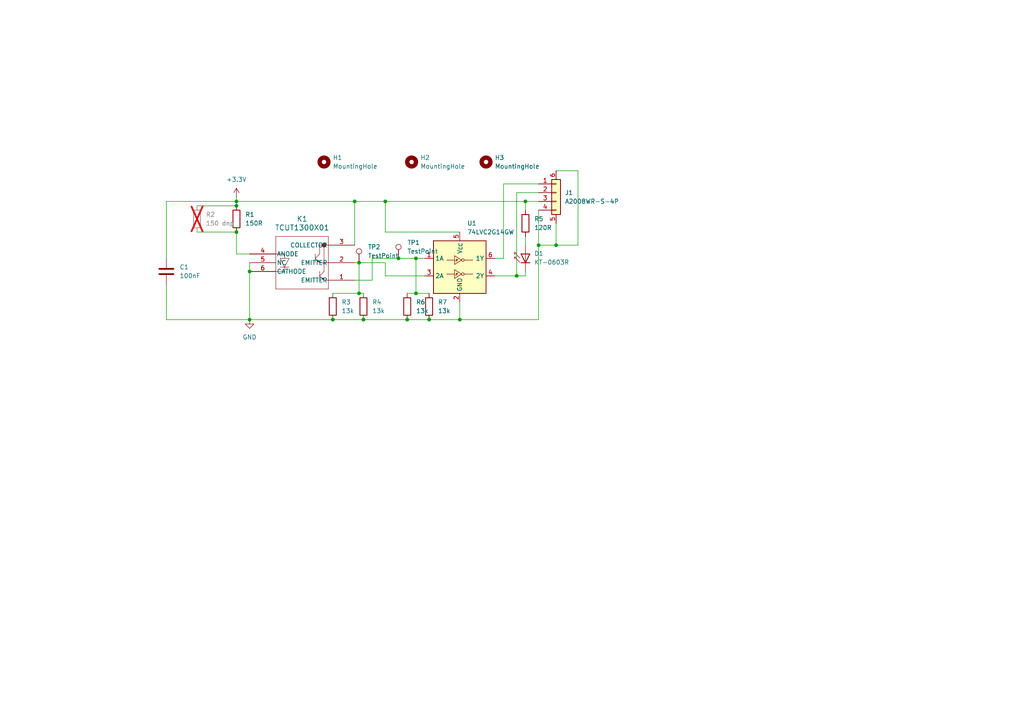
<source format=kicad_sch>
(kicad_sch (version 20250114) (generator "eeschema") (generator_version "9.0")
  (paper "A4")
  (title_block (title "IA - Gabellichtschranke") (date "2025-07-08") (rev "v0.1") (company "Technische Hochschule Augsburg") (comment 1 "Friedrich Beckmann"))
  (lib_symbols
    (symbol "74xGxx:SN74LVC2G14DBV"
      (property "Reference" "U" (at 2.54 12.7 0))
      (property "Value" "SN74LVC2G14DBV" (at 2.54 10.16 0))
      (symbol "SN74LVC2G14DBV_1_1"
        (rectangle (start -7.62 7.62) (end 7.62 -7.62) (stroke (width 0.254)) (fill (type background)))
        (polyline (pts (xy -1.524 3.302) (xy 0.508 2.032) (xy -1.524 0.762) (xy -1.524 3.302)))
        (polyline (pts (xy -1.524 2.032) (xy -3.81 2.032)))
        (polyline (pts (xy -1.524 -0.762) (xy 0.508 -2.032) (xy -1.524 -3.302) (xy -1.524 -0.762)))
        (polyline (pts (xy -1.524 -2.032) (xy -3.81 -2.032)))
        (polyline (pts (xy -1.016 1.778) (xy -1.016 2.286) (xy -0.762 2.286) (xy -0.762 1.778) (xy -1.27 1.778)))
        (polyline (pts (xy -1.016 -2.286) (xy -1.016 -1.778) (xy -0.762 -1.778) (xy -0.762 -2.286) (xy -1.27 -2.286)))
        (polyline (pts (xy -0.762 2.286) (xy -0.508 2.286)))
        (polyline (pts (xy -0.762 -1.778) (xy -0.508 -1.778)))
        (circle (center 0.889 2.032) (radius 0.381))
        (circle (center 0.889 -2.032) (radius 0.381))
        (polyline (pts (xy 1.27 2.032) (xy 3.81 2.032)))
        (polyline (pts (xy 1.27 -2.032) (xy 3.81 -2.032)))
        (pin input line (at -10.16 2.54 0) (length 2.54) (name "1A") (number "1"))
        (pin input line (at -10.16 -2.54 0) (length 2.54) (name "2A") (number "3"))
        (pin power_in line (at 0 10.16 270) (length 2.54) (name "V_{CC}") (number "5"))
        (pin power_in line (at 0 -10.16 90) (length 2.54) (name "GND") (number "2"))
        (pin output line (at 10.16 2.54 180) (length 2.54) (name "1Y") (number "6"))
        (pin output line (at 10.16 -2.54 180) (length 2.54) (name "2Y") (number "4"))
      )
    )
    (symbol "Connector:TestPoint" (pin_numbers (hide yes)) (pin_names (offset 0.762) (hide yes))
      (property "Reference" "TP" (at 0 6.858 0))
      (property "Value" "TestPoint" (at 0 5.08 0))
      (symbol "TestPoint_0_1"
        (circle (center 0 3.302) (radius 0.762))
      )
      (symbol "TestPoint_1_1"
        (pin passive line (at 0 0 90) (length 2.54) (name "1") (number "1"))
      )
    )
    (symbol "Device:C" (pin_numbers (hide yes)) (pin_names (offset 0.254))
      (property "Reference" "C" (at 0.635 2.54 0))
      (property "Value" "C" (at 0.635 -2.54 0))
      (symbol "C_0_1"
        (polyline (pts (xy -2.032 0.762) (xy 2.032 0.762)) (stroke (width 0.508)))
        (polyline (pts (xy -2.032 -0.762) (xy 2.032 -0.762)) (stroke (width 0.508)))
      )
      (symbol "C_1_1"
        (pin passive line (at 0 3.81 270) (length 2.794) (name "~") (number "1"))
        (pin passive line (at 0 -3.81 90) (length 2.794) (name "~") (number "2"))
      )
    )
    (symbol "Device:R" (pin_numbers (hide yes)) (pin_names (offset 0))
      (property "Reference" "R" (at 2.032 0 90))
      (property "Value" "R" (at 0 0 90))
      (symbol "R_0_1"
        (rectangle (start -1.016 -2.54) (end 1.016 2.54) (stroke (width 0.254)))
      )
      (symbol "R_1_1"
        (pin passive line (at 0 3.81 270) (length 1.27) (name "~") (number "1"))
        (pin passive line (at 0 -3.81 90) (length 1.27) (name "~") (number "2"))
      )
    )
    (symbol "LED:SFH480" (pin_numbers (hide yes)) (pin_names (offset 1.016) (hide yes))
      (property "Reference" "D" (at 0.508 1.778 0))
      (property "Value" "SFH480" (at -1.016 -2.794 0))
      (symbol "SFH480_0_1"
        (polyline (pts (xy -2.54 1.27) (xy -2.54 -1.27)) (stroke (width 0.254)))
        (polyline (pts (xy -2.413 1.651) (xy -0.889 3.175) (xy -0.889 2.667) (xy -0.889 3.175) (xy -1.397 3.175)))
        (polyline (pts (xy -1.143 1.651) (xy 0.381 3.175) (xy 0.381 2.667)))
        (polyline (pts (xy 0 1.27) (xy 0 -1.27) (xy -2.54 0) (xy 0 1.27)) (stroke (width 0.254)))
        (polyline (pts (xy 0 0) (xy -2.54 0)))
        (polyline (pts (xy 0.381 3.175) (xy -0.127 3.175)))
      )
      (symbol "SFH480_1_1"
        (pin passive line (at -5.08 0 0) (length 2.54) (name "K") (number "1"))
        (pin passive line (at 2.54 0 180) (length 2.54) (name "A") (number "2"))
      )
    )
    (symbol "Mechanical:MountingHole" (pin_names (offset 1.016)) (in_bom no)
      (property "Reference" "H" (at 0 5.08 0))
      (property "Value" "MountingHole" (at 0 3.175 0))
      (symbol "MountingHole_0_1"
        (circle (center 0 0) (radius 1.27) (stroke (width 1.27)))
      )
    )
    (symbol "ia-gabel-symbols:A2008WR-S-4P" (pin_names (offset 1.016) (hide yes))
      (property "Reference" "J" (at 0 5.08 0))
      (property "Value" "A2008WR-S-4P" (at 0 -7.62 0))
      (symbol "A2008WR-S-4P_1_1"
        (rectangle (start -1.27 3.81) (end 1.27 -6.35) (stroke (width 0.254)) (fill (type background)))
        (rectangle (start -1.27 2.667) (end 0 2.413) (stroke (width 0.1524)))
        (rectangle (start -1.27 0.127) (end 0 -0.127) (stroke (width 0.1524)))
        (rectangle (start -1.27 -2.413) (end 0 -2.667) (stroke (width 0.1524)))
        (rectangle (start -1.27 -4.953) (end 0 -5.207) (stroke (width 0.1524)))
        (pin passive line (at -5.08 2.54 0) (length 3.81) (name "Pin_1") (number "1"))
        (pin passive line (at -5.08 0 0) (length 3.81) (name "Pin_2") (number "2"))
        (pin power_out line (at -5.08 -2.54 0) (length 3.81) (name "Pin_3") (number "3"))
        (pin power_out line (at -5.08 -5.08 0) (length 3.81) (name "Pin_4") (number "4"))
        (pin passive line (at 0 6.35 270) (length 2.54) (name "MP2") (number "6"))
        (pin passive line (at 0 -8.89 90) (length 2.54) (name "MP1") (number "5"))
      )
    )
    (symbol "ia-gabel-symbols:TCUT1300X01" (pin_names (offset 0.254))
      (property "Reference" "K" (at 15.24 7.62 0))
      (property "Value" "TCUT1300X01" (at 15.24 5.08 0))
      (symbol "TCUT1300X01_0_1"
        (polyline (pts (xy 7.62 2.54) (xy 7.62 -12.7)) (stroke (width 0.127)))
        (polyline (pts (xy 7.62 0) (xy 8.89 0)) (stroke (width 0.127)))
        (polyline (pts (xy 7.62 -5.08) (xy 8.5725 -5.08)) (stroke (width 0.127)))
        (polyline (pts (xy 7.62 -10.16) (xy 10.16 -10.16)) (stroke (width 0.127)))
        (polyline (pts (xy 7.62 -12.7) (xy 22.86 -12.7)) (stroke (width 0.127)))
        (polyline (pts (xy 8.89 0) (xy 9.2075 -0.635) (xy 9.525 -0.3175)) (fill (type outline)))
        (arc (start 8.5852 -5.08) (mid 8.89 -4.7765) (end 9.1948 -5.08) (stroke (width 0.127)))
        (polyline (pts (xy 8.89 -10.16) (xy 8.89 -2.54)) (stroke (width 0.127)))
        (circle (center 8.89 -10.16) (radius 0.127) (stroke (width 0.508)))
        (polyline (pts (xy 9.2075 -0.3175) (xy 10.16 -1.27)) (stroke (width 0.127)))
        (polyline (pts (xy 9.2075 -5.08) (xy 10.16 -5.08)) (stroke (width 0.127)))
        (polyline (pts (xy 10.16 0) (xy 10.16 -2.54)) (stroke (width 0.127)))
        (polyline (pts (xy 10.16 -1.27) (xy 8.89 -2.54)) (stroke (width 0.127)))
        (polyline (pts (xy 10.16 -5.08) (xy 10.4775 -5.715) (xy 10.795 -5.3975)) (fill (type outline)))
        (polyline (pts (xy 10.16 -7.62) (xy 10.16 -10.16)) (stroke (width 0.127)))
        (polyline (pts (xy 10.4775 -5.3975) (xy 11.43 -6.35)) (stroke (width 0.127)))
        (polyline (pts (xy 11.43 -5.08) (xy 11.43 -7.62)) (stroke (width 0.127)))
        (polyline (pts (xy 11.43 -6.35) (xy 10.16 -7.62)) (stroke (width 0.127)))
        (polyline (pts (xy 19.05 -3.81) (xy 21.59 -3.81)) (stroke (width 0.127)))
        (polyline (pts (xy 19.05 -6.35) (xy 21.59 -6.35)) (stroke (width 0.127)))
        (polyline (pts (xy 20.32 -2.54) (xy 20.32 -3.81)) (stroke (width 0.127)))
        (polyline (pts (xy 20.32 -3.81) (xy 19.05 -6.35)) (stroke (width 0.127)))
        (polyline (pts (xy 20.32 -6.35) (xy 20.32 -7.62)) (stroke (width 0.127)))
        (polyline (pts (xy 21.59 -6.35) (xy 20.32 -3.81)) (stroke (width 0.127)))
        (polyline (pts (xy 22.86 2.54) (xy 7.62 2.54)) (stroke (width 0.127)))
        (polyline (pts (xy 22.86 -2.54) (xy 20.32 -2.54)) (stroke (width 0.127)))
        (polyline (pts (xy 22.86 -7.62) (xy 20.32 -7.62)) (stroke (width 0.127)))
        (polyline (pts (xy 22.86 -12.7) (xy 22.86 2.54)) (stroke (width 0.127)))
      )
      (symbol "TCUT1300X01_1_1"
        (pin open_emitter line (at 0 0 0) (length 7.62) (name "EMITTER") (number "1"))
        (pin open_emitter line (at 0 -5.08 0) (length 7.62) (name "EMITTER") (number "2"))
        (pin passive line (at 0 -10.16 0) (length 7.62) (name "COLLECTOR") (number "3"))
        (pin passive line (at 30.48 -2.54 180) (length 7.62) (name "CATHODE") (number "6"))
        (pin free line (at 30.48 -5.08 180) (length 7.62) (name "NC") (number "5"))
        (pin passive line (at 30.48 -7.62 180) (length 7.62) (name "ANODE") (number "4"))
      )
    )
    (symbol "power:+3.3V" (power) (pin_numbers (hide yes)) (pin_names (offset 0) (hide yes))
      (property "Value" "+3.3V" (at 0 3.556 0))
      (symbol "+3.3V_0_1"
        (polyline (pts (xy -0.762 1.27) (xy 0 2.54)))
        (polyline (pts (xy 0 2.54) (xy 0.762 1.27)))
        (polyline (pts (xy 0 0) (xy 0 2.54)))
      )
      (symbol "+3.3V_1_1"
        (pin power_in line (at 0 0 90) (length 0) (name "~") (number "1"))
      )
    )
    (symbol "power:GND" (power) (pin_numbers (hide yes)) (pin_names (offset 0) (hide yes))
      (property "Value" "GND" (at 0 -3.81 0))
      (symbol "GND_0_1"
        (polyline (pts (xy 0 0) (xy 0 -1.27) (xy 1.27 -1.27) (xy 0 -2.54) (xy -1.27 -1.27) (xy 0 -1.27)))
      )
      (symbol "GND_1_1"
        (pin power_in line (at 0 0 270) (length 0) (name "~") (number "1"))
      )
    )
  )
  (junction (at 149.86 80.01))
  (junction (at 96.52 92.71))
  (junction (at 68.58 58.42))
  (junction (at 115.57 74.93))
  (junction (at 152.4 58.42))
  (junction (at 68.58 67.31))
  (junction (at 120.65 85.09))
  (junction (at 111.76 58.42))
  (junction (at 118.11 92.71))
  (junction (at 104.14 76.2))
  (junction (at 72.39 92.71))
  (junction (at 105.41 92.71))
  (junction (at 133.35 92.71))
  (junction (at 68.58 59.69))
  (junction (at 156.21 71.12))
  (junction (at 72.39 78.74))
  (junction (at 104.14 85.09))
  (junction (at 120.65 74.93))
  (junction (at 102.87 58.42))
  (junction (at 124.46 92.71))
  (junction (at 161.29 71.12))
  (wire (pts (xy 161.29 49.53) (xy 167.64 49.53)))
  (wire (pts (xy 149.86 80.01) (xy 143.51 80.01)))
  (wire (pts (xy 152.4 78.74) (xy 152.4 80.01)))
  (wire (pts (xy 48.26 92.71) (xy 72.39 92.71)))
  (wire (pts (xy 149.86 55.88) (xy 149.86 80.01)))
  (wire (pts (xy 111.76 76.2) (xy 111.76 80.01)))
  (wire (pts (xy 124.46 92.71) (xy 118.11 92.71)))
  (wire (pts (xy 146.05 74.93) (xy 146.05 53.34)))
  (wire (pts (xy 152.4 58.42) (xy 152.4 60.96)))
  (wire (pts (xy 57.15 59.69) (xy 68.58 59.69)))
  (wire (pts (xy 133.35 67.31) (xy 111.76 67.31)))
  (wire (pts (xy 68.58 73.66) (xy 72.39 73.66)))
  (wire (pts (xy 57.15 67.31) (xy 68.58 67.31)))
  (wire (pts (xy 68.58 58.42) (xy 68.58 59.69)))
  (wire (pts (xy 68.58 57.15) (xy 68.58 58.42)))
  (wire (pts (xy 120.65 85.09) (xy 124.46 85.09)))
  (wire (pts (xy 72.39 92.71) (xy 96.52 92.71)))
  (wire (pts (xy 96.52 85.09) (xy 104.14 85.09)))
  (wire (pts (xy 152.4 68.58) (xy 152.4 71.12)))
  (wire (pts (xy 167.64 71.12) (xy 161.29 71.12)))
  (wire (pts (xy 68.58 67.31) (xy 68.58 73.66)))
  (wire (pts (xy 107.95 74.93) (xy 115.57 74.93)))
  (wire (pts (xy 107.95 81.28) (xy 107.95 74.93)))
  (wire (pts (xy 133.35 87.63) (xy 133.35 92.71)))
  (wire (pts (xy 111.76 80.01) (xy 123.19 80.01)))
  (wire (pts (xy 156.21 55.88) (xy 149.86 55.88)))
  (wire (pts (xy 161.29 64.77) (xy 161.29 71.12)))
  (wire (pts (xy 115.57 74.93) (xy 120.65 74.93)))
  (wire (pts (xy 146.05 53.34) (xy 156.21 53.34)))
  (wire (pts (xy 48.26 82.55) (xy 48.26 92.71)))
  (wire (pts (xy 72.39 78.74) (xy 72.39 92.71)))
  (wire (pts (xy 152.4 80.01) (xy 149.86 80.01)))
  (wire (pts (xy 102.87 76.2) (xy 104.14 76.2)))
  (wire (pts (xy 102.87 81.28) (xy 107.95 81.28)))
  (wire (pts (xy 72.39 76.2) (xy 72.39 78.74)))
  (wire (pts (xy 156.21 71.12) (xy 156.21 92.71)))
  (wire (pts (xy 156.21 60.96) (xy 156.21 71.12)))
  (wire (pts (xy 120.65 74.93) (xy 123.19 74.93)))
  (wire (pts (xy 167.64 49.53) (xy 167.64 71.12)))
  (wire (pts (xy 161.29 71.12) (xy 156.21 71.12)))
  (wire (pts (xy 152.4 58.42) (xy 156.21 58.42)))
  (wire (pts (xy 102.87 58.42) (xy 102.87 71.12)))
  (wire (pts (xy 133.35 92.71) (xy 124.46 92.71)))
  (wire (pts (xy 111.76 67.31) (xy 111.76 58.42)))
  (wire (pts (xy 96.52 92.71) (xy 105.41 92.71)))
  (wire (pts (xy 104.14 76.2) (xy 104.14 85.09)))
  (wire (pts (xy 48.26 74.93) (xy 48.26 58.42)))
  (wire (pts (xy 104.14 85.09) (xy 105.41 85.09)))
  (wire (pts (xy 102.87 58.42) (xy 111.76 58.42)))
  (wire (pts (xy 68.58 58.42) (xy 102.87 58.42)))
  (wire (pts (xy 111.76 58.42) (xy 152.4 58.42)))
  (wire (pts (xy 118.11 85.09) (xy 120.65 85.09)))
  (wire (pts (xy 105.41 92.71) (xy 118.11 92.71)))
  (wire (pts (xy 104.14 76.2) (xy 111.76 76.2)))
  (wire (pts (xy 133.35 92.71) (xy 156.21 92.71)))
  (wire (pts (xy 48.26 58.42) (xy 68.58 58.42)))
  (wire (pts (xy 143.51 74.93) (xy 146.05 74.93)))
  (wire (pts (xy 120.65 74.93) (xy 120.65 85.09)))
  (symbol (lib_id "Device:R") (at 57.15 63.5 0) (unit 1) (dnp yes)
    (property "Reference" "R2" (at 59.69 62.2299 0) (effects (justify left)))
    (property "Value" "150 dnp" (at 59.69 64.7699 0) (effects (justify left)))
    (property "Footprint" "Resistor_SMD:R_0805_2012Metric" (effects (hide yes)))
    (property "Datasheet" "https://jlcpcb.com/api/file/downloadByFileSystemAccessId/8579706485296709632" (effects (hide yes)))
    (property "Description" "UNIROYAL 0805W8F1500T5E 0805" (effects (hide yes)))
  )
  (symbol (lib_id "Mechanical:MountingHole") (at 93.98 46.99 0) (unit 1) (in_bom no)
    (property "Reference" "H1" (at 96.52 45.7199 0) (effects (justify left)))
    (property "Value" "MountingHole" (at 96.52 48.2599 0) (effects (justify left)))
    (property "Footprint" "MountingHole:MountingHole_2.2mm_M2_ISO7380" (effects (hide yes)))
    (property "Description" "Mounting Hole without connection" (effects (hide yes)))
  )
  (symbol (lib_id "Device:R") (at 152.4 64.77 0) (unit 1)
    (property "Reference" "R5" (at 154.94 63.4999 0) (effects (justify left)))
    (property "Value" "120R" (at 154.94 66.0399 0) (effects (justify left)))
    (property "Footprint" "Resistor_SMD:R_0805_2012Metric" (effects (hide yes)))
    (property "Datasheet" "https://jlcpcb.com/api/file/downloadByFileSystemAccessId/8579706485296709632" (effects (hide yes)))
    (property "Description" "UNIROYAL 0805W8F1200T5E 0805 120 Ohm" (effects (hide yes)))
    (property "LCSC part number" "C17437" (effects (hide yes)))
  )
  (symbol (lib_id "Device:C") (at 48.26 78.74 0) (unit 1)
    (property "Reference" "C1" (at 52.07 77.4699 0) (effects (justify left)))
    (property "Value" "100nF" (at 52.07 80.0099 0) (effects (justify left)))
    (property "Footprint" "Capacitor_SMD:C_0603_1608Metric" (effects (hide yes)))
    (property "Datasheet" "https://jlcpcb.com/api/file/downloadByFileSystemAccessId/8579707083955945472" (effects (hide yes)))
    (property "Description" "Yageo X7R 100nF 0603 Capacitor CC0603KRX7R9BB104" (effects (hide yes)))
    (property "LCSC part number" "C14663" (effects (hide yes)))
  )
  (symbol (lib_id "Device:R") (at 105.41 88.9 0) (unit 1)
    (property "Reference" "R4" (at 107.95 87.6299 0) (effects (justify left)))
    (property "Value" "13k" (at 107.95 90.1699 0) (effects (justify left)))
    (property "Footprint" "Resistor_SMD:R_0603_1608Metric" (effects (hide yes)))
    (property "Datasheet" "https://jlcpcb.com/api/file/downloadByFileSystemAccessId/8579706122607398912" (effects (hide yes)))
    (property "Description" "0603WAF1302T5E Uniroyal 0603 13k" (effects (hide yes)))
    (property "LCSC part number" "C22797" (effects (hide yes)))
  )
  (symbol (lib_id "Device:R") (at 124.46 88.9 0) (unit 1)
    (property "Reference" "R7" (at 127 87.6299 0) (effects (justify left)))
    (property "Value" "13k" (at 127 90.1699 0) (effects (justify left)))
    (property "Footprint" "Resistor_SMD:R_0603_1608Metric" (effects (hide yes)))
    (property "Datasheet" "https://jlcpcb.com/api/file/downloadByFileSystemAccessId/8579706122607398912" (effects (hide yes)))
    (property "Description" "0603WAF1302T5E Uniroyal 0603 13k" (effects (hide yes)))
    (property "LCSC part number" "C22797" (effects (hide yes)))
  )
  (symbol (lib_id "Device:R") (at 68.58 63.5 0) (unit 1)
    (property "Reference" "R1" (at 71.12 62.2299 0) (effects (justify left)))
    (property "Value" "150R" (at 71.12 64.7699 0) (effects (justify left)))
    (property "Footprint" "Resistor_SMD:R_0805_2012Metric" (effects (hide yes)))
    (property "Datasheet" "https://jlcpcb.com/api/file/downloadByFileSystemAccessId/8579706485296709632" (effects (hide yes)))
    (property "Description" "UNIROYAL 0805W8F1500T5E 0805" (effects (hide yes)))
    (property "LCSC part number" "C17471" (effects (hide yes)))
  )
  (symbol (lib_id "Connector:TestPoint") (at 104.14 76.2 0) (unit 1)
    (property "Reference" "TP2" (at 106.68 71.6279 0) (effects (justify left)))
    (property "Value" "TestPoint" (at 106.68 74.1679 0) (effects (justify left)))
    (property "Footprint" "TestPoint:TestPoint_Pad_D2.0mm" (effects (hide yes)))
    (property "Description" "test point" (effects (hide yes)))
  )
  (symbol (lib_id "Connector:TestPoint") (at 115.57 74.93 0) (unit 1)
    (property "Reference" "TP1" (at 118.11 70.3579 0) (effects (justify left)))
    (property "Value" "TestPoint" (at 118.11 72.8979 0) (effects (justify left)))
    (property "Footprint" "TestPoint:TestPoint_Pad_D2.0mm" (effects (hide yes)))
    (property "Description" "test point" (effects (hide yes)))
  )
  (symbol (lib_id "74xGxx:SN74LVC2G14DBV") (at 133.35 77.47 0) (unit 1)
    (property "Reference" "U1" (at 135.4933 64.77 0) (effects (justify left)))
    (property "Value" "74LVC2G14GW" (at 135.4933 67.31 0) (effects (justify left)))
    (property "Footprint" "Package_TO_SOT_SMD:SOT-363_SC-70-6" (effects (hide yes)))
    (property "Datasheet" "https://assets.nexperia.com/documents/data-sheet/74LVC2G14.pdf" (effects (hide yes)))
    (property "Description" "Dual schmitt inverter, VCC from 1.65 to 5.5 V, SOT-363-2" (effects (hide yes)))
    (property "LCSC part number" "C6085" (effects (hide yes)))
  )
  (symbol (lib_id "power:GND") (at 72.39 92.71 0) (unit 1)
    (property "Reference" "#PWR01" (effects (hide yes)))
    (property "Value" "GND" (at 72.39 97.79 0))
    (property "Description" "Power symbol creates a global label with name \"GND\" , ground" (effects (hide yes)))
  )
  (symbol (lib_id "LED:SFH480") (at 152.4 73.66 90) (unit 1)
    (property "Reference" "D1" (at 154.94 73.5329 90) (effects (justify right)))
    (property "Value" "KT-0603R" (at 154.94 76.0729 90) (effects (justify right)))
    (property "Footprint" "Diode_SMD:D_0603_1608Metric" (effects (hide yes)))
    (property "Datasheet" "https://jlcpcb.com/api/file/downloadByFileSystemAccessId/8550723991833485312" (effects (hide yes)))
    (property "Description" "Red LED SMD 06003" (effects (hide yes)))
    (property "LCSC part number" "C2286" (effects (hide yes)))
  )
  (symbol (lib_id "Mechanical:MountingHole") (at 119.38 46.99 0) (unit 1) (in_bom no)
    (property "Reference" "H2" (at 121.92 45.7199 0) (effects (justify left)))
    (property "Value" "MountingHole" (at 121.92 48.2599 0) (effects (justify left)))
    (property "Footprint" "MountingHole:MountingHole_2.2mm_M2_ISO7380" (effects (hide yes)))
    (property "Description" "Mounting Hole without connection" (effects (hide yes)))
  )
  (symbol (lib_id "power:+3.3V") (at 68.58 57.15 0) (unit 1)
    (property "Reference" "#PWR02" (effects (hide yes)))
    (property "Value" "+3.3V" (at 68.58 52.07 0))
    (property "Description" "Power symbol creates a global label with name \"+3.3V\"" (effects (hide yes)))
  )
  (symbol (lib_id "Device:R") (at 118.11 88.9 0) (unit 1)
    (property "Reference" "R6" (at 120.65 87.6299 0) (effects (justify left)))
    (property "Value" "13k" (at 120.65 90.1699 0) (effects (justify left)))
    (property "Footprint" "Resistor_SMD:R_0603_1608Metric" (effects (hide yes)))
    (property "Datasheet" "https://jlcpcb.com/api/file/downloadByFileSystemAccessId/8579706122607398912" (effects (hide yes)))
    (property "Description" "0603WAF1302T5E Uniroyal 0603 13k" (effects (hide yes)))
    (property "LCSC part number" "C22797" (effects (hide yes)))
  )
  (symbol (lib_id "ia-gabel-symbols:TCUT1300X01") (at 102.87 81.28 180) (unit 1)
    (property "Reference" "K1" (at 87.63 63.5 0) (effects (font (size 1.524 1.524))))
    (property "Value" "TCUT1300X01" (at 87.63 66.04 0) (effects (font (size 1.524 1.524))))
    (property "Footprint" "iagabel:Vishay-TCUT" (effects (hide yes)))
    (property "Datasheet" "https://www.vishay.com/doc?84756" (effects (hide yes)))
    (property "LCSC part number" "C143734" (effects (hide yes)))
  )
  (symbol (lib_id "Device:R") (at 96.52 88.9 0) (unit 1)
    (property "Reference" "R3" (at 99.06 87.6299 0) (effects (justify left)))
    (property "Value" "13k" (at 99.06 90.1699 0) (effects (justify left)))
    (property "Footprint" "Resistor_SMD:R_0603_1608Metric" (effects (hide yes)))
    (property "Datasheet" "https://jlcpcb.com/api/file/downloadByFileSystemAccessId/8579706122607398912" (effects (hide yes)))
    (property "Description" "0603WAF1302T5E Uniroyal 0603 13k" (effects (hide yes)))
    (property "LCSC part number" "C22797" (effects (hide yes)))
  )
  (symbol (lib_id "ia-gabel-symbols:A2008WR-S-4P") (at 161.29 55.88 0) (unit 1)
    (property "Reference" "J1" (at 163.83 55.8799 0) (effects (justify left)))
    (property "Value" "A2008WR-S-4P" (at 163.83 58.4199 0) (effects (justify left)))
    (property "Footprint" "iagabel:A2008WR-S-4P" (effects (hide yes)))
    (property "Datasheet" "https://lcsc.com/datasheet/lcsc_datasheet_2506261609_CJT-Changjiang-Connectors-A2008WR-S-4P_C273132.pdf" (effects (hide yes)))
    (property "Description" "CJT A2008WR-S-4P Seeed Connector SMD rotated" (effects (hide yes)))
    (property "LCSC part number" "C273132" (effects (hide yes)))
  )
  (symbol (lib_id "Mechanical:MountingHole") (at 140.97 46.99 0) (unit 1) (in_bom no)
    (property "Reference" "H3" (at 143.51 45.7199 0) (effects (justify left)))
    (property "Value" "MountingHole" (at 143.51 48.2599 0) (effects (justify left)))
    (property "Footprint" "MountingHole:MountingHole_2.2mm_M2_ISO7380" (effects (hide yes)))
    (property "Description" "Mounting Hole without connection" (effects (hide yes)))
  )
)
</source>
